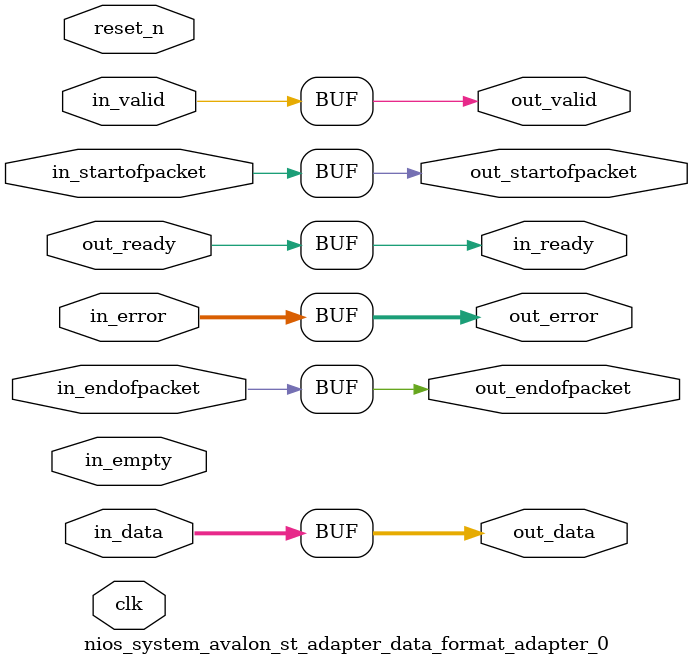
<source format=v>

`timescale 1ns / 100ps
module nios_system_avalon_st_adapter_data_format_adapter_0 (
    
      // Interface: clk
      input              clk,
      // Interface: reset
      input              reset_n,
      // Interface: in
      output reg         in_ready,
      input              in_valid,
      input      [31: 0] in_data,
      input      [ 5: 0] in_error,
      input              in_startofpacket,
      input              in_endofpacket,
      input      [ 1: 0] in_empty,
      // Interface: out
      input              out_ready,
      output reg         out_valid,
      output reg [31: 0] out_data,
      output reg [ 5: 0] out_error,
      output reg         out_startofpacket,
      output reg         out_endofpacket
);



   always @* begin
      in_ready = out_ready;
      out_valid = in_valid;
      out_data = in_data;
      out_error = in_error;
      out_startofpacket = in_startofpacket;
      out_endofpacket = in_endofpacket;


   end

endmodule


</source>
